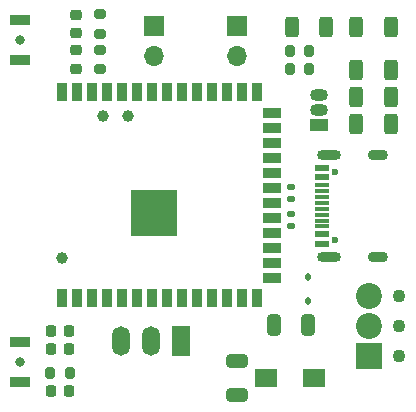
<source format=gbr>
%TF.GenerationSoftware,KiCad,Pcbnew,8.0.0*%
%TF.CreationDate,2024-03-16T23:45:48+01:00*%
%TF.ProjectId,tcs_controller,7463735f-636f-46e7-9472-6f6c6c65722e,1.0*%
%TF.SameCoordinates,Original*%
%TF.FileFunction,Soldermask,Top*%
%TF.FilePolarity,Negative*%
%FSLAX46Y46*%
G04 Gerber Fmt 4.6, Leading zero omitted, Abs format (unit mm)*
G04 Created by KiCad (PCBNEW 8.0.0) date 2024-03-16 23:45:48*
%MOMM*%
%LPD*%
G01*
G04 APERTURE LIST*
G04 Aperture macros list*
%AMRoundRect*
0 Rectangle with rounded corners*
0 $1 Rounding radius*
0 $2 $3 $4 $5 $6 $7 $8 $9 X,Y pos of 4 corners*
0 Add a 4 corners polygon primitive as box body*
4,1,4,$2,$3,$4,$5,$6,$7,$8,$9,$2,$3,0*
0 Add four circle primitives for the rounded corners*
1,1,$1+$1,$2,$3*
1,1,$1+$1,$4,$5*
1,1,$1+$1,$6,$7*
1,1,$1+$1,$8,$9*
0 Add four rect primitives between the rounded corners*
20,1,$1+$1,$2,$3,$4,$5,0*
20,1,$1+$1,$4,$5,$6,$7,0*
20,1,$1+$1,$6,$7,$8,$9,0*
20,1,$1+$1,$8,$9,$2,$3,0*%
G04 Aperture macros list end*
%ADD10RoundRect,0.200000X-0.200000X-0.275000X0.200000X-0.275000X0.200000X0.275000X-0.200000X0.275000X0*%
%ADD11RoundRect,0.200000X0.275000X-0.200000X0.275000X0.200000X-0.275000X0.200000X-0.275000X-0.200000X0*%
%ADD12RoundRect,0.200000X-0.275000X0.200000X-0.275000X-0.200000X0.275000X-0.200000X0.275000X0.200000X0*%
%ADD13C,1.000000*%
%ADD14R,1.700000X1.700000*%
%ADD15O,1.700000X1.700000*%
%ADD16RoundRect,0.218750X0.256250X-0.218750X0.256250X0.218750X-0.256250X0.218750X-0.256250X-0.218750X0*%
%ADD17RoundRect,0.218750X-0.256250X0.218750X-0.256250X-0.218750X0.256250X-0.218750X0.256250X0.218750X0*%
%ADD18R,1.900000X1.500000*%
%ADD19C,0.600000*%
%ADD20R,1.160000X0.600000*%
%ADD21R,1.160000X0.300000*%
%ADD22O,2.000000X0.900000*%
%ADD23O,1.700000X0.900000*%
%ADD24RoundRect,0.250000X0.312500X0.625000X-0.312500X0.625000X-0.312500X-0.625000X0.312500X-0.625000X0*%
%ADD25R,1.500000X2.500000*%
%ADD26O,1.500000X2.500000*%
%ADD27RoundRect,0.135000X-0.185000X0.135000X-0.185000X-0.135000X0.185000X-0.135000X0.185000X0.135000X0*%
%ADD28C,1.100000*%
%ADD29R,2.200000X2.200000*%
%ADD30C,2.200000*%
%ADD31RoundRect,0.200000X0.200000X0.275000X-0.200000X0.275000X-0.200000X-0.275000X0.200000X-0.275000X0*%
%ADD32R,1.500000X1.050000*%
%ADD33O,1.500000X1.050000*%
%ADD34RoundRect,0.225000X-0.225000X-0.250000X0.225000X-0.250000X0.225000X0.250000X-0.225000X0.250000X0*%
%ADD35RoundRect,0.250000X0.325000X0.650000X-0.325000X0.650000X-0.325000X-0.650000X0.325000X-0.650000X0*%
%ADD36RoundRect,0.250000X0.650000X-0.325000X0.650000X0.325000X-0.650000X0.325000X-0.650000X-0.325000X0*%
%ADD37C,0.800000*%
%ADD38R,1.700000X0.900000*%
%ADD39RoundRect,0.112500X0.112500X-0.187500X0.112500X0.187500X-0.112500X0.187500X-0.112500X-0.187500X0*%
%ADD40R,0.900000X1.500000*%
%ADD41R,1.500000X0.900000*%
%ADD42R,3.900000X3.900000*%
%ADD43RoundRect,0.225000X0.225000X0.250000X-0.225000X0.250000X-0.225000X-0.250000X0.225000X-0.250000X0*%
G04 APERTURE END LIST*
D10*
%TO.C,R11*%
X154100000Y-90200000D03*
X155750000Y-90200000D03*
%TD*%
D11*
%TO.C,R3*%
X138000000Y-91745000D03*
X138000000Y-90095000D03*
%TD*%
D12*
%TO.C,R2*%
X138000000Y-87100000D03*
X138000000Y-88750000D03*
%TD*%
D13*
%TO.C,J6*%
X140400000Y-95700000D03*
%TD*%
%TO.C,J4*%
X138300000Y-95700000D03*
%TD*%
D14*
%TO.C,J2*%
X142600000Y-88100000D03*
D15*
X142600000Y-90640000D03*
%TD*%
D14*
%TO.C,J1*%
X149650000Y-88120000D03*
D15*
X149650000Y-90660000D03*
%TD*%
D16*
%TO.C,D2*%
X136000000Y-90112500D03*
X136000000Y-91687500D03*
%TD*%
D17*
%TO.C,D1*%
X136000000Y-87125000D03*
X136000000Y-88700000D03*
%TD*%
D18*
%TO.C,L1*%
X156150000Y-117860000D03*
X152050000Y-117860000D03*
%TD*%
D19*
%TO.C,J5*%
X157885000Y-106197500D03*
X157885000Y-100417500D03*
D20*
X156825000Y-106507500D03*
X156825000Y-105707500D03*
D21*
X156825000Y-104557500D03*
X156825000Y-103557500D03*
X156825000Y-103057500D03*
X156825000Y-102057500D03*
D20*
X156825000Y-100907500D03*
X156825000Y-100107500D03*
X156825000Y-100107500D03*
X156825000Y-100907500D03*
D21*
X156825000Y-101557500D03*
X156825000Y-102557500D03*
X156825000Y-104057500D03*
X156825000Y-105057500D03*
D20*
X156825000Y-105707500D03*
X156825000Y-106507500D03*
D22*
X157405000Y-107627500D03*
D23*
X161575000Y-107627500D03*
D22*
X157405000Y-98987500D03*
D23*
X161575000Y-98987500D03*
%TD*%
D24*
%TO.C,R6*%
X162662500Y-94100000D03*
X159737500Y-94100000D03*
%TD*%
D25*
%TO.C,U2*%
X144880000Y-114717500D03*
D26*
X142340000Y-114717500D03*
X139800000Y-114717500D03*
%TD*%
D27*
%TO.C,R10*%
X154200000Y-101690000D03*
X154200000Y-102710000D03*
%TD*%
D28*
%TO.C,J3*%
X163372800Y-116052600D03*
X163372800Y-113512600D03*
X163372800Y-110972600D03*
D29*
X160832800Y-116052600D03*
D30*
X160832800Y-113512600D03*
X160832800Y-110972600D03*
%TD*%
D31*
%TO.C,R1*%
X135450000Y-117500000D03*
X133800000Y-117500000D03*
%TD*%
D24*
%TO.C,R12*%
X162662500Y-91800000D03*
X159737500Y-91800000D03*
%TD*%
%TO.C,R7*%
X162662500Y-88200000D03*
X159737500Y-88200000D03*
%TD*%
D32*
%TO.C,Q1*%
X156591000Y-96494600D03*
D33*
X156591000Y-95224600D03*
X156591000Y-93954600D03*
%TD*%
D27*
%TO.C,R9*%
X154200000Y-103962200D03*
X154200000Y-104982200D03*
%TD*%
D34*
%TO.C,C1*%
X133850000Y-119000000D03*
X135400000Y-119000000D03*
%TD*%
D35*
%TO.C,C4*%
X155676600Y-113411000D03*
X152726600Y-113411000D03*
%TD*%
D24*
%TO.C,R4*%
X162662500Y-96400000D03*
X159737500Y-96400000D03*
%TD*%
D36*
%TO.C,C5*%
X149631400Y-119358200D03*
X149631400Y-116408200D03*
%TD*%
D37*
%TO.C,SW2*%
X131250000Y-89300000D03*
D38*
X131250000Y-91000000D03*
X131250000Y-87600000D03*
%TD*%
D37*
%TO.C,SW1*%
X131250000Y-116500000D03*
D38*
X131250000Y-118200000D03*
X131250000Y-114800000D03*
%TD*%
D39*
%TO.C,D3*%
X155600000Y-111400000D03*
X155600000Y-109300000D03*
%TD*%
D40*
%TO.C,U1*%
X134840000Y-111150000D03*
X136110000Y-111150000D03*
X137380000Y-111150000D03*
X138650000Y-111150000D03*
X139920000Y-111150000D03*
X141190000Y-111150000D03*
X142460000Y-111150000D03*
X143730000Y-111150000D03*
X145000000Y-111150000D03*
X146270000Y-111150000D03*
X147540000Y-111150000D03*
X148810000Y-111150000D03*
X150080000Y-111150000D03*
X151350000Y-111150000D03*
D41*
X152600000Y-109385000D03*
X152600000Y-108115000D03*
X152600000Y-106845000D03*
X152600000Y-105575000D03*
X152600000Y-104305000D03*
X152600000Y-103035000D03*
X152600000Y-101765000D03*
X152600000Y-100495000D03*
X152600000Y-99225000D03*
X152600000Y-97955000D03*
X152600000Y-96685000D03*
X152600000Y-95415000D03*
D40*
X151350000Y-93650000D03*
X150080000Y-93650000D03*
X148810000Y-93650000D03*
X147540000Y-93650000D03*
X146270000Y-93650000D03*
X145000000Y-93650000D03*
X143730000Y-93650000D03*
X142460000Y-93650000D03*
X141190000Y-93650000D03*
X139920000Y-93650000D03*
X138650000Y-93650000D03*
X137380000Y-93650000D03*
X136110000Y-93650000D03*
X134840000Y-93650000D03*
D19*
X141860000Y-105300000D03*
X143260000Y-105300000D03*
X141160000Y-104600000D03*
X142560000Y-104600000D03*
X143960000Y-104600000D03*
X141860000Y-103900000D03*
D42*
X142560000Y-103900000D03*
D19*
X143260000Y-103900000D03*
X141160000Y-103200000D03*
X142560000Y-103200000D03*
X143960000Y-103200000D03*
X141860000Y-102500000D03*
X143260000Y-102500000D03*
%TD*%
D43*
%TO.C,C2*%
X135400000Y-115400000D03*
X133850000Y-115400000D03*
%TD*%
D10*
%TO.C,R5*%
X154100000Y-91700000D03*
X155750000Y-91700000D03*
%TD*%
D24*
%TO.C,R8*%
X157200000Y-88200000D03*
X154275000Y-88200000D03*
%TD*%
D34*
%TO.C,C3*%
X133850000Y-113900000D03*
X135400000Y-113900000D03*
%TD*%
D13*
%TO.C,J7*%
X134800000Y-107700000D03*
%TD*%
M02*

</source>
